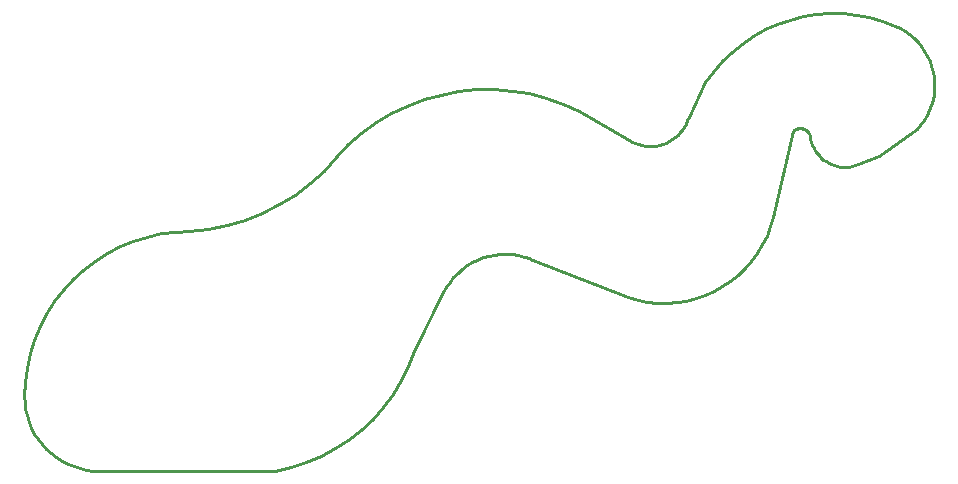
<source format=gko>
G04 EAGLE Gerber X2 export*
G75*
%MOMM*%
%FSLAX34Y34*%
%LPD*%
%AMOC8*
5,1,8,0,0,1.08239X$1,22.5*%
G01*
%ADD10C,0.254000*%


D10*
X0Y63400D02*
X241Y57874D01*
X963Y52391D01*
X2160Y46991D01*
X3824Y41716D01*
X5940Y36606D01*
X8494Y31700D01*
X11466Y27035D01*
X14833Y22647D01*
X18569Y18569D01*
X22647Y14833D01*
X27035Y11466D01*
X31700Y8494D01*
X36606Y5940D01*
X41716Y3824D01*
X46991Y2160D01*
X52391Y963D01*
X57874Y241D01*
X63400Y0D01*
X212600Y0D01*
X225793Y3125D01*
X238663Y7388D01*
X251113Y12756D01*
X263047Y19189D01*
X274376Y26637D01*
X285012Y35045D01*
X294875Y44347D01*
X303889Y54474D01*
X311987Y65348D01*
X319106Y76886D01*
X325193Y89001D01*
X330200Y101600D01*
X354857Y151562D01*
X357290Y155995D01*
X360101Y160199D01*
X363268Y164143D01*
X366766Y167795D01*
X370569Y171128D01*
X374649Y174117D01*
X378973Y176740D01*
X383509Y178975D01*
X388223Y180807D01*
X393079Y182221D01*
X398039Y183206D01*
X403067Y183755D01*
X408123Y183864D01*
X413169Y183532D01*
X418167Y182761D01*
X423079Y181557D01*
X427868Y179930D01*
X428085Y179845D01*
X511375Y147042D01*
X519331Y144770D01*
X527454Y143201D01*
X535683Y142345D01*
X543955Y142210D01*
X552208Y142797D01*
X560378Y144100D01*
X568403Y146111D01*
X576223Y148813D01*
X583777Y152187D01*
X591009Y156206D01*
X597862Y160841D01*
X604286Y166055D01*
X610231Y171808D01*
X615652Y178059D01*
X620507Y184758D01*
X624760Y191854D01*
X628378Y199294D01*
X631335Y207022D01*
X633606Y214977D01*
X633615Y215015D01*
X651027Y288037D01*
X651599Y288513D01*
X652210Y288938D01*
X652856Y289308D01*
X653532Y289620D01*
X654232Y289872D01*
X654952Y290061D01*
X655685Y290188D01*
X656427Y290250D01*
X657171Y290247D01*
X657912Y290179D01*
X658644Y290047D01*
X659362Y289852D01*
X660061Y289595D01*
X660734Y289278D01*
X661377Y288903D01*
X661985Y288474D01*
X662553Y287994D01*
X663078Y287465D01*
X663554Y286893D01*
X663978Y286282D01*
X664348Y285636D01*
X664660Y284961D01*
X664781Y284649D01*
X665595Y280902D01*
X666260Y278381D01*
X667141Y275927D01*
X668234Y273560D01*
X669528Y271296D01*
X671015Y269154D01*
X672683Y267150D01*
X674519Y265299D01*
X676509Y263614D01*
X678639Y262110D01*
X680892Y260797D01*
X683250Y259685D01*
X685697Y258784D01*
X688213Y258098D01*
X690779Y257635D01*
X693375Y257397D01*
X695983Y257386D01*
X698581Y257603D01*
X701151Y258045D01*
X703672Y258710D01*
X705902Y259501D01*
X723900Y266700D01*
X755650Y289560D01*
X758747Y293181D01*
X761516Y297057D01*
X763937Y301161D01*
X765991Y305460D01*
X767663Y309921D01*
X768940Y314511D01*
X769811Y319195D01*
X770271Y323937D01*
X770316Y328701D01*
X769946Y333451D01*
X769163Y338151D01*
X767973Y342764D01*
X766386Y347256D01*
X764413Y351593D01*
X762070Y355741D01*
X759374Y359670D01*
X756346Y363348D01*
X753009Y366749D01*
X749389Y369845D01*
X745512Y372615D01*
X741409Y375036D01*
X737110Y377090D01*
X726478Y381129D01*
X715535Y384226D01*
X704363Y386357D01*
X693048Y387506D01*
X681676Y387665D01*
X670333Y386832D01*
X659106Y385014D01*
X648081Y382224D01*
X637340Y378484D01*
X626966Y373822D01*
X617038Y368273D01*
X607632Y361881D01*
X598818Y354693D01*
X590664Y346764D01*
X583233Y338154D01*
X576580Y328930D01*
X562361Y299558D01*
X561386Y296743D01*
X560169Y294024D01*
X558720Y291421D01*
X557050Y288955D01*
X555171Y286643D01*
X553097Y284504D01*
X550845Y282554D01*
X548432Y280807D01*
X545876Y279278D01*
X543196Y277977D01*
X540412Y276914D01*
X537547Y276099D01*
X534622Y275536D01*
X531659Y275230D01*
X528680Y275183D01*
X525708Y275397D01*
X522767Y275868D01*
X519878Y276594D01*
X517063Y277569D01*
X514344Y278786D01*
X512344Y279873D01*
X469900Y304800D01*
X456178Y310984D01*
X441969Y315949D01*
X427382Y319656D01*
X412527Y322078D01*
X397518Y323196D01*
X382468Y323001D01*
X367493Y321496D01*
X352705Y318691D01*
X338219Y314608D01*
X324143Y309277D01*
X310585Y302741D01*
X297649Y295048D01*
X285433Y286256D01*
X274029Y276433D01*
X263525Y265654D01*
X254000Y254000D01*
X242046Y243438D01*
X229216Y233957D01*
X215609Y225631D01*
X201329Y218523D01*
X186483Y212686D01*
X171185Y208166D01*
X155551Y204995D01*
X139700Y203200D01*
X127517Y202660D01*
X115427Y201060D01*
X103522Y198412D01*
X91893Y194737D01*
X80629Y190063D01*
X69816Y184424D01*
X59535Y177865D01*
X49864Y170434D01*
X40878Y162189D01*
X32645Y153192D01*
X25228Y143512D01*
X18682Y133222D01*
X13058Y122401D01*
X8399Y111131D01*
X4739Y99497D01*
X2108Y87589D01*
X524Y75497D01*
X0Y63400D01*
M02*

</source>
